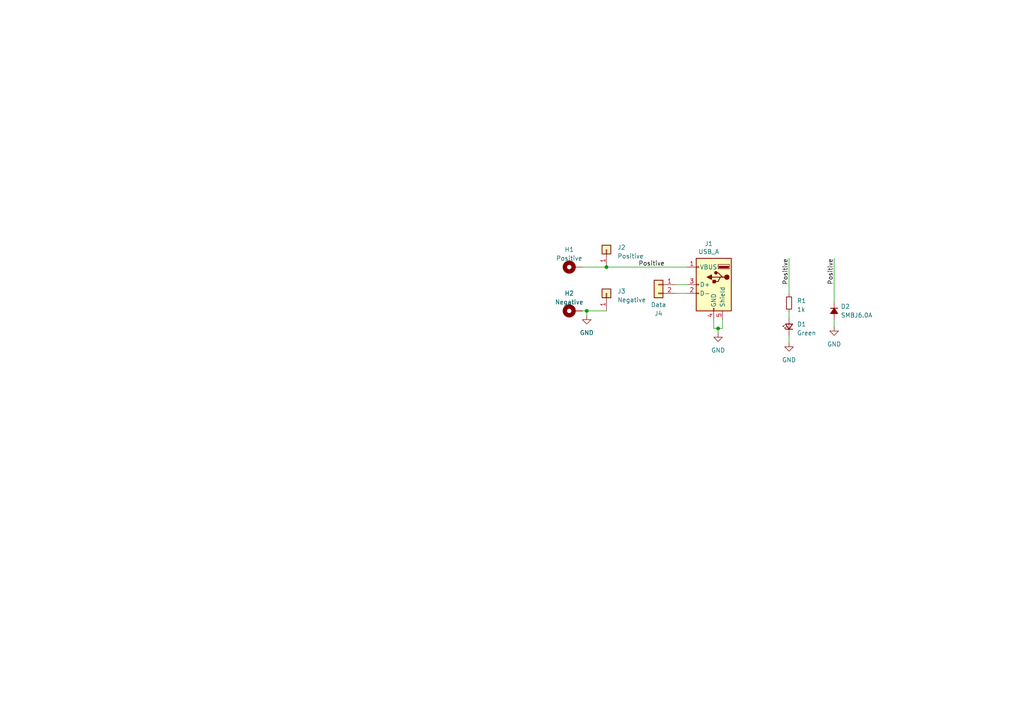
<source format=kicad_sch>
(kicad_sch (version 20230121) (generator eeschema)
  (paper "A4")
  (title_block (title "Banana-to-usb adapter") (rev "2") (company "baldengineer.com"))
  (lib_symbols
    (symbol "Connector:USB_A" (pin_names (offset 1.016))
      (property "Reference" "J" (at -5.08 11.43 0))
      (property "Value" "USB_A" (at -5.08 8.89 0))
      (symbol "USB_A_0_1"
        (rectangle (start -5.08 -7.62) (end 5.08 7.62) (stroke (width 0.254)) (fill (type background)))
        (circle (center -3.81 2.159) (radius 0.635) (stroke (width 0.254)) (fill (type outline)))
        (rectangle (start -1.524 4.826) (end -4.318 5.334) (fill (type outline)))
        (rectangle (start -1.27 4.572) (end -4.572 5.842))
        (circle (center -0.635 3.429) (radius 0.381) (stroke (width 0.254)) (fill (type outline)))
        (rectangle (start -0.127 -7.62) (end 0.127 -6.858))
        (polyline (pts (xy -3.175 2.159) (xy -2.54 2.159) (xy -1.27 3.429) (xy -0.635 3.429)) (stroke (width 0.254)))
        (polyline (pts (xy -2.54 2.159) (xy -1.905 2.159) (xy -1.27 0.889) (xy 0 0.889)) (stroke (width 0.254)))
        (polyline (pts (xy 0.635 2.794) (xy 0.635 1.524) (xy 1.905 2.159) (xy 0.635 2.794)) (stroke (width 0.254)) (fill (type outline)))
        (rectangle (start 0.254 1.27) (end -0.508 0.508) (stroke (width 0.254)) (fill (type outline)))
        (rectangle (start 5.08 -2.667) (end 4.318 -2.413))
        (rectangle (start 5.08 -0.127) (end 4.318 0.127))
        (rectangle (start 5.08 4.953) (end 4.318 5.207))
      )
      (symbol "USB_A_1_1"
        (polyline (pts (xy -1.905 2.159) (xy 0.635 2.159)) (stroke (width 0.254)))
        (pin power_in line (at 7.62 5.08 180) (length 2.54) (name "VBUS") (number "1"))
        (pin bidirectional line (at 7.62 -2.54 180) (length 2.54) (name "D-") (number "2"))
        (pin bidirectional line (at 7.62 0 180) (length 2.54) (name "D+") (number "3"))
        (pin power_in line (at 0 -10.16 90) (length 2.54) (name "GND") (number "4"))
        (pin passive line (at -2.54 -10.16 90) (length 2.54) (name "Shield") (number "5"))
      )
    )
    (symbol "Connector_Generic:Conn_01x01" (pin_names (offset 1.016) hide)
      (property "Reference" "J" (at 0 2.54 0))
      (property "Value" "Conn_01x01" (at 0 -2.54 0))
      (symbol "Conn_01x01_1_1"
        (rectangle (start -1.27 0.127) (end 0 -0.127) (stroke (width 0.1524)))
        (rectangle (start -1.27 1.27) (end 1.27 -1.27) (stroke (width 0.254)) (fill (type background)))
        (pin passive line (at -5.08 0 0) (length 3.81) (name "Pin_1") (number "1"))
      )
    )
    (symbol "Connector_Generic:Conn_01x02" (pin_names (offset 1.016) hide)
      (property "Reference" "J" (at 0 2.54 0))
      (property "Value" "Conn_01x02" (at 0 -5.08 0))
      (symbol "Conn_01x02_1_1"
        (rectangle (start -1.27 -2.413) (end 0 -2.667) (stroke (width 0.1524)))
        (rectangle (start -1.27 0.127) (end 0 -0.127) (stroke (width 0.1524)))
        (rectangle (start -1.27 1.27) (end 1.27 -3.81) (stroke (width 0.254)) (fill (type background)))
        (pin passive line (at -5.08 0 0) (length 3.81) (name "Pin_1") (number "1"))
        (pin passive line (at -5.08 -2.54 0) (length 3.81) (name "Pin_2") (number "2"))
      )
    )
    (symbol "Device:D_Small_Filled" (pin_numbers hide) (pin_names (offset 0.254) hide)
      (property "Reference" "D" (at -1.27 2.032 0))
      (property "Value" "D_Small_Filled" (at -3.81 -2.032 0))
      (symbol "D_Small_Filled_0_1"
        (polyline (pts (xy -0.762 -1.016) (xy -0.762 1.016)) (stroke (width 0.254)))
        (polyline (pts (xy -0.762 0) (xy 0.762 0)))
        (polyline (pts (xy 0.762 -1.016) (xy -0.762 0) (xy 0.762 1.016) (xy 0.762 -1.016)) (stroke (width 0.254)) (fill (type outline)))
      )
      (symbol "D_Small_Filled_1_1"
        (pin passive line (at -2.54 0 0) (length 1.778) (name "K") (number "1"))
        (pin passive line (at 2.54 0 180) (length 1.778) (name "A") (number "2"))
      )
    )
    (symbol "Device:LED_Small" (pin_numbers hide) (pin_names (offset 0.254) hide)
      (property "Reference" "D" (at -1.27 3.175 0))
      (property "Value" "LED_Small" (at -4.445 -2.54 0))
      (symbol "LED_Small_0_1"
        (polyline (pts (xy -0.762 -1.016) (xy -0.762 1.016)) (stroke (width 0.254)))
        (polyline (pts (xy 1.016 0) (xy -0.762 0)))
        (polyline (pts (xy 0.762 -1.016) (xy -0.762 0) (xy 0.762 1.016) (xy 0.762 -1.016)) (stroke (width 0.254)))
        (polyline (pts (xy 0 0.762) (xy -0.508 1.27) (xy -0.254 1.27) (xy -0.508 1.27) (xy -0.508 1.016)))
        (polyline (pts (xy 0.508 1.27) (xy 0 1.778) (xy 0.254 1.778) (xy 0 1.778) (xy 0 1.524)))
      )
      (symbol "LED_Small_1_1"
        (pin passive line (at -2.54 0 0) (length 1.778) (name "K") (number "1"))
        (pin passive line (at 2.54 0 180) (length 1.778) (name "A") (number "2"))
      )
    )
    (symbol "Device:R_Small" (pin_numbers hide) (pin_names (offset 0.254) hide)
      (property "Reference" "R" (at 0.762 0.508 0))
      (property "Value" "R_Small" (at 0.762 -1.016 0))
      (symbol "R_Small_0_1"
        (rectangle (start -0.762 1.778) (end 0.762 -1.778) (stroke (width 0.2032)))
      )
      (symbol "R_Small_1_1"
        (pin passive line (at 0 2.54 270) (length 0.762) (name "~") (number "1"))
        (pin passive line (at 0 -2.54 90) (length 0.762) (name "~") (number "2"))
      )
    )
    (symbol "Mechanical:MountingHole_Pad" (pin_numbers hide) (pin_names (offset 1.016) hide)
      (property "Reference" "H" (at 0 6.35 0))
      (property "Value" "MountingHole_Pad" (at 0 4.445 0))
      (symbol "MountingHole_Pad_0_1"
        (circle (center 0 1.27) (radius 1.27) (stroke (width 1.27)))
      )
      (symbol "MountingHole_Pad_1_1"
        (pin input line (at 0 -2.54 90) (length 2.54) (name "1") (number "1"))
      )
    )
    (symbol "power:GND" (power) (pin_names (offset 0))
      (property "Value" "GND" (at 0 -3.81 0))
      (symbol "GND_0_1"
        (polyline (pts (xy 0 0) (xy 0 -1.27) (xy 1.27 -1.27) (xy 0 -2.54) (xy -1.27 -1.27) (xy 0 -1.27)))
      )
      (symbol "GND_1_1"
        (pin power_in line (at 0 0 270) (length 0) hide (name "GND") (number "1"))
      )
    )
  )
  (junction (at 208.28 95.25))
  (junction (at 170.18 90.17))
  (junction (at 175.895 77.47))
  (wire (pts (xy 168.91 90.17) (xy 170.18 90.17)))
  (wire (pts (xy 208.28 95.25) (xy 208.28 96.52)))
  (wire (pts (xy 228.854 90.424) (xy 228.854 92.202)))
  (wire (pts (xy 228.854 97.282) (xy 228.854 99.314)))
  (wire (pts (xy 241.935 74.93) (xy 241.935 87.63)))
  (wire (pts (xy 168.91 77.47) (xy 175.895 77.47)))
  (wire (pts (xy 170.18 90.17) (xy 170.18 91.44)))
  (wire (pts (xy 170.18 90.17) (xy 175.895 90.17)))
  (wire (pts (xy 208.28 95.25) (xy 209.55 95.25)))
  (wire (pts (xy 207.01 92.71) (xy 207.01 95.25)))
  (wire (pts (xy 196.088 85.09) (xy 199.39 85.09)))
  (wire (pts (xy 196.088 82.55) (xy 199.39 82.55)))
  (wire (pts (xy 175.895 77.47) (xy 199.39 77.47)))
  (wire (pts (xy 241.935 92.71) (xy 241.935 94.742)))
  (wire (pts (xy 209.55 95.25) (xy 209.55 92.71)))
  (wire (pts (xy 228.854 74.93) (xy 228.854 85.344)))
  (wire (pts (xy 207.01 95.25) (xy 208.28 95.25)))
  (label "Positive" (at 185.166 77.47 0) (property "Netclass" "Power" (effects hide)))
  (label "Positive" (at 228.854 74.93 270) (property "Netclass" "Power" (effects hide)))
  (label "Positive" (at 241.935 74.93 270) (property "Netclass" "Power" (effects hide)))
  (symbol (lib_id "Mechanical:MountingHole_Pad") (at 166.37 90.17 90) (unit 1)
    (property "Reference" "H2" (at 165.1 85.09 90))
    (property "Value" "Negative" (at 165.1 87.63 90))
    (property "Footprint" "MountingHole:MountingHole_3.2mm_M3_Pad_Via" (effects hide))
  )
  (symbol (lib_id "power:GND") (at 170.18 91.44 0) (unit 1)
    (property "Reference" "#PWR02" (effects hide))
    (property "Value" "GND" (at 170.18 96.52 0))
  )
  (symbol (lib_id "power:GND") (at 208.28 96.52 0) (unit 1)
    (property "Reference" "#PWR01" (effects hide))
    (property "Value" "GND" (at 208.28 101.6 0))
  )
  (symbol (lib_id "Connector:USB_A") (at 207.01 82.55 0) (mirror y) (unit 1)
    (property "Reference" "J1" (at 205.5622 70.6882 0))
    (property "Value" "USB_A" (at 205.5622 72.9996 0))
    (property "Footprint" "My Libraries:USB_A_GCT_USB1125" (effects hide))
    (property "Datasheet" " ~" (effects hide))
    (property "MPN" "USB1125-GF-B" (effects hide))
    (property "SPN" "86AH2018" (effects hide))
  )
  (symbol (lib_id "power:GND") (at 228.854 99.314 0) (unit 1)
    (property "Reference" "#PWR03" (effects hide))
    (property "Value" "GND" (at 228.854 104.394 0))
  )
  (symbol (lib_id "Connector_Generic:Conn_01x01") (at 175.895 85.09 90) (unit 1)
    (property "Reference" "J3" (at 179.07 84.455 90) (effects (justify right)))
    (property "Value" "Negative" (at 179.07 86.995 90) (effects (justify right)))
    (property "Footprint" "Connector_PinHeader_2.54mm:PinHeader_1x01_P2.54mm_Vertical" (effects hide))
  )
  (symbol (lib_id "Device:D_Small_Filled") (at 241.935 90.17 270) (unit 1)
    (property "Reference" "D2" (at 243.84 88.9 90) (effects (justify left)))
    (property "Value" "SMBJ6.0A" (at 243.84 91.44 90) (effects (justify left)))
    (property "Footprint" "Diode_SMD:D_SMA-SMB_Universal_Handsoldering" (effects hide))
    (property "Datasheet" "https://www.farnell.com/datasheets/1874873.pdf" (effects hide))
    (property "Sim.Device" "D" (effects hide))
    (property "Sim.Pins" "1=K 2=A" (effects hide))
  )
  (symbol (lib_id "Connector_Generic:Conn_01x02") (at 191.008 82.55 0) (mirror y) (unit 1)
    (property "Reference" "J4" (at 191.008 90.932 0))
    (property "Value" "Data" (at 191.008 88.392 0))
    (property "Footprint" "Connector_PinHeader_2.54mm:PinHeader_1x02_P2.54mm_Vertical" (effects hide))
  )
  (symbol (lib_id "power:GND") (at 241.935 94.742 0) (unit 1)
    (property "Reference" "#PWR04" (effects hide))
    (property "Value" "GND" (at 241.935 99.822 0))
  )
  (symbol (lib_id "Device:R_Small") (at 228.854 87.884 0) (unit 1)
    (property "Reference" "R1" (at 231.14 87.249 0) (effects (justify left)))
    (property "Value" "1k" (at 231.14 89.789 0) (effects (justify left)))
    (property "Footprint" "Resistor_SMD:R_1206_3216Metric_Pad1.30x1.75mm_HandSolder" (effects hide))
  )
  (symbol (lib_id "Mechanical:MountingHole_Pad") (at 166.37 77.47 90) (unit 1)
    (property "Reference" "H1" (at 165.1 72.39 90))
    (property "Value" "Positive" (at 165.1 74.93 90))
    (property "Footprint" "MountingHole:MountingHole_3.2mm_M3_Pad_Via" (effects hide))
  )
  (symbol (lib_id "Device:LED_Small") (at 228.854 94.742 90) (unit 1)
    (property "Reference" "D1" (at 231.14 94.0435 90) (effects (justify right)))
    (property "Value" "Green" (at 231.14 96.5835 90) (effects (justify right)))
    (property "Footprint" "LED_SMD:LED_1206_3216Metric_Pad1.42x1.75mm_HandSolder" (effects hide))
  )
  (symbol (lib_id "Connector_Generic:Conn_01x01") (at 175.895 72.39 90) (unit 1)
    (property "Reference" "J2" (at 179.07 71.755 90) (effects (justify right)))
    (property "Value" "Positive" (at 179.07 74.295 90) (effects (justify right)))
    (property "Footprint" "Connector_PinHeader_2.54mm:PinHeader_1x01_P2.54mm_Vertical" (effects hide))
  )
)
</source>
